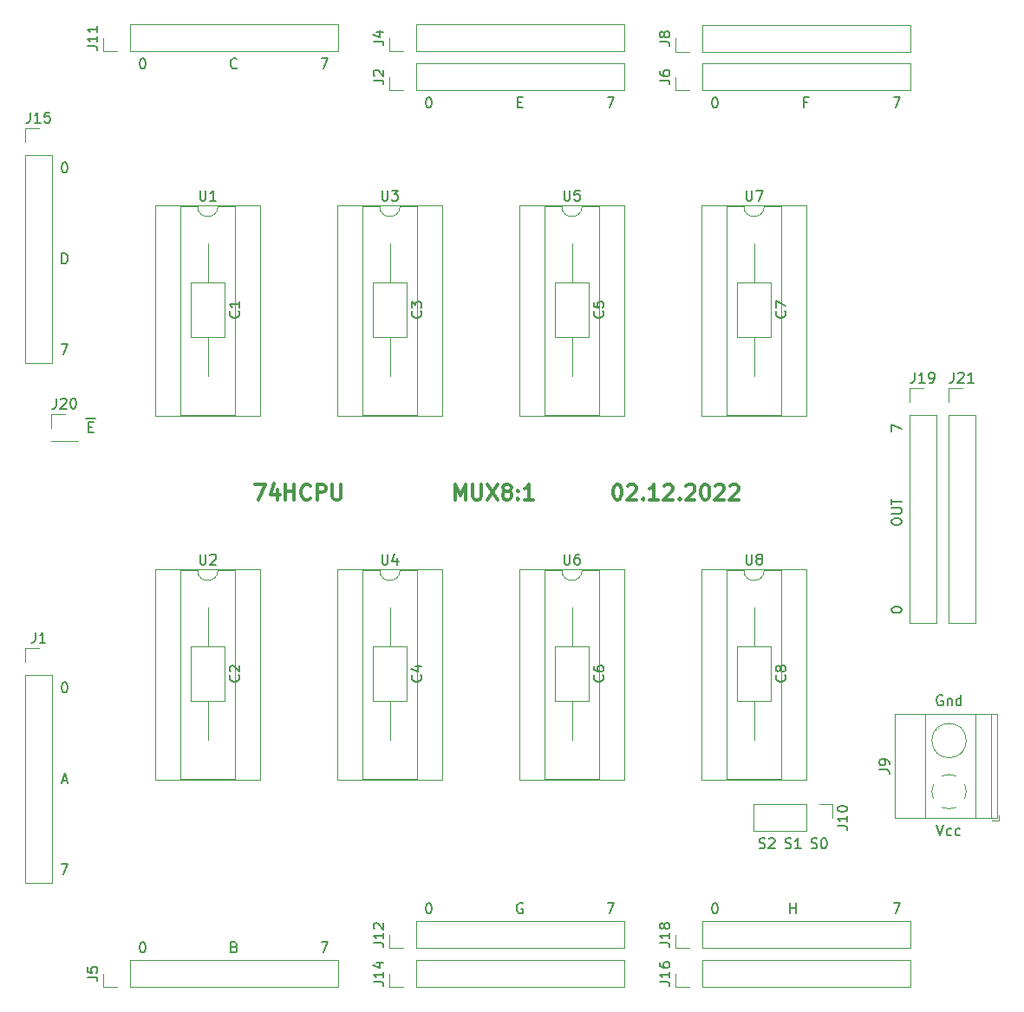
<source format=gbr>
%TF.GenerationSoftware,KiCad,Pcbnew,(5.1.8)-1*%
%TF.CreationDate,2022-12-02T00:21:30+03:00*%
%TF.ProjectId,MUX8x1-v4,4d555838-7831-42d7-9634-2e6b69636164,rev?*%
%TF.SameCoordinates,Original*%
%TF.FileFunction,Legend,Top*%
%TF.FilePolarity,Positive*%
%FSLAX46Y46*%
G04 Gerber Fmt 4.6, Leading zero omitted, Abs format (unit mm)*
G04 Created by KiCad (PCBNEW (5.1.8)-1) date 2022-12-02 00:21:30*
%MOMM*%
%LPD*%
G01*
G04 APERTURE LIST*
%ADD10C,0.300000*%
%ADD11C,0.150000*%
%ADD12C,0.120000*%
G04 APERTURE END LIST*
D10*
X84384285Y-79188571D02*
X84527142Y-79188571D01*
X84670000Y-79260000D01*
X84741428Y-79331428D01*
X84812857Y-79474285D01*
X84884285Y-79760000D01*
X84884285Y-80117142D01*
X84812857Y-80402857D01*
X84741428Y-80545714D01*
X84670000Y-80617142D01*
X84527142Y-80688571D01*
X84384285Y-80688571D01*
X84241428Y-80617142D01*
X84170000Y-80545714D01*
X84098571Y-80402857D01*
X84027142Y-80117142D01*
X84027142Y-79760000D01*
X84098571Y-79474285D01*
X84170000Y-79331428D01*
X84241428Y-79260000D01*
X84384285Y-79188571D01*
X85455714Y-79331428D02*
X85527142Y-79260000D01*
X85670000Y-79188571D01*
X86027142Y-79188571D01*
X86170000Y-79260000D01*
X86241428Y-79331428D01*
X86312857Y-79474285D01*
X86312857Y-79617142D01*
X86241428Y-79831428D01*
X85384285Y-80688571D01*
X86312857Y-80688571D01*
X86955714Y-80545714D02*
X87027142Y-80617142D01*
X86955714Y-80688571D01*
X86884285Y-80617142D01*
X86955714Y-80545714D01*
X86955714Y-80688571D01*
X88455714Y-80688571D02*
X87598571Y-80688571D01*
X88027142Y-80688571D02*
X88027142Y-79188571D01*
X87884285Y-79402857D01*
X87741428Y-79545714D01*
X87598571Y-79617142D01*
X89027142Y-79331428D02*
X89098571Y-79260000D01*
X89241428Y-79188571D01*
X89598571Y-79188571D01*
X89741428Y-79260000D01*
X89812857Y-79331428D01*
X89884285Y-79474285D01*
X89884285Y-79617142D01*
X89812857Y-79831428D01*
X88955714Y-80688571D01*
X89884285Y-80688571D01*
X90527142Y-80545714D02*
X90598571Y-80617142D01*
X90527142Y-80688571D01*
X90455714Y-80617142D01*
X90527142Y-80545714D01*
X90527142Y-80688571D01*
X91170000Y-79331428D02*
X91241428Y-79260000D01*
X91384285Y-79188571D01*
X91741428Y-79188571D01*
X91884285Y-79260000D01*
X91955714Y-79331428D01*
X92027142Y-79474285D01*
X92027142Y-79617142D01*
X91955714Y-79831428D01*
X91098571Y-80688571D01*
X92027142Y-80688571D01*
X92955714Y-79188571D02*
X93098571Y-79188571D01*
X93241428Y-79260000D01*
X93312857Y-79331428D01*
X93384285Y-79474285D01*
X93455714Y-79760000D01*
X93455714Y-80117142D01*
X93384285Y-80402857D01*
X93312857Y-80545714D01*
X93241428Y-80617142D01*
X93098571Y-80688571D01*
X92955714Y-80688571D01*
X92812857Y-80617142D01*
X92741428Y-80545714D01*
X92670000Y-80402857D01*
X92598571Y-80117142D01*
X92598571Y-79760000D01*
X92670000Y-79474285D01*
X92741428Y-79331428D01*
X92812857Y-79260000D01*
X92955714Y-79188571D01*
X94027142Y-79331428D02*
X94098571Y-79260000D01*
X94241428Y-79188571D01*
X94598571Y-79188571D01*
X94741428Y-79260000D01*
X94812857Y-79331428D01*
X94884285Y-79474285D01*
X94884285Y-79617142D01*
X94812857Y-79831428D01*
X93955714Y-80688571D01*
X94884285Y-80688571D01*
X95455714Y-79331428D02*
X95527142Y-79260000D01*
X95670000Y-79188571D01*
X96027142Y-79188571D01*
X96170000Y-79260000D01*
X96241428Y-79331428D01*
X96312857Y-79474285D01*
X96312857Y-79617142D01*
X96241428Y-79831428D01*
X95384285Y-80688571D01*
X96312857Y-80688571D01*
D11*
X32567619Y-72745000D02*
X33472380Y-72745000D01*
X32805714Y-73588571D02*
X33139047Y-73588571D01*
X33281904Y-74112380D02*
X32805714Y-74112380D01*
X32805714Y-73112380D01*
X33281904Y-73112380D01*
X103012857Y-41838571D02*
X102679523Y-41838571D01*
X102679523Y-42362380D02*
X102679523Y-41362380D01*
X103155714Y-41362380D01*
X74715714Y-41838571D02*
X75049047Y-41838571D01*
X75191904Y-42362380D02*
X74715714Y-42362380D01*
X74715714Y-41362380D01*
X75191904Y-41362380D01*
X47299523Y-38457142D02*
X47251904Y-38504761D01*
X47109047Y-38552380D01*
X47013809Y-38552380D01*
X46870952Y-38504761D01*
X46775714Y-38409523D01*
X46728095Y-38314285D01*
X46680476Y-38123809D01*
X46680476Y-37980952D01*
X46728095Y-37790476D01*
X46775714Y-37695238D01*
X46870952Y-37600000D01*
X47013809Y-37552380D01*
X47109047Y-37552380D01*
X47251904Y-37600000D01*
X47299523Y-37647619D01*
D10*
X68604285Y-80688571D02*
X68604285Y-79188571D01*
X69104285Y-80260000D01*
X69604285Y-79188571D01*
X69604285Y-80688571D01*
X70318571Y-79188571D02*
X70318571Y-80402857D01*
X70390000Y-80545714D01*
X70461428Y-80617142D01*
X70604285Y-80688571D01*
X70890000Y-80688571D01*
X71032857Y-80617142D01*
X71104285Y-80545714D01*
X71175714Y-80402857D01*
X71175714Y-79188571D01*
X71747142Y-79188571D02*
X72747142Y-80688571D01*
X72747142Y-79188571D02*
X71747142Y-80688571D01*
X73532857Y-79831428D02*
X73390000Y-79760000D01*
X73318571Y-79688571D01*
X73247142Y-79545714D01*
X73247142Y-79474285D01*
X73318571Y-79331428D01*
X73390000Y-79260000D01*
X73532857Y-79188571D01*
X73818571Y-79188571D01*
X73961428Y-79260000D01*
X74032857Y-79331428D01*
X74104285Y-79474285D01*
X74104285Y-79545714D01*
X74032857Y-79688571D01*
X73961428Y-79760000D01*
X73818571Y-79831428D01*
X73532857Y-79831428D01*
X73390000Y-79902857D01*
X73318571Y-79974285D01*
X73247142Y-80117142D01*
X73247142Y-80402857D01*
X73318571Y-80545714D01*
X73390000Y-80617142D01*
X73532857Y-80688571D01*
X73818571Y-80688571D01*
X73961428Y-80617142D01*
X74032857Y-80545714D01*
X74104285Y-80402857D01*
X74104285Y-80117142D01*
X74032857Y-79974285D01*
X73961428Y-79902857D01*
X73818571Y-79831428D01*
X74747142Y-80545714D02*
X74818571Y-80617142D01*
X74747142Y-80688571D01*
X74675714Y-80617142D01*
X74747142Y-80545714D01*
X74747142Y-80688571D01*
X74747142Y-79760000D02*
X74818571Y-79831428D01*
X74747142Y-79902857D01*
X74675714Y-79831428D01*
X74747142Y-79760000D01*
X74747142Y-79902857D01*
X76247142Y-80688571D02*
X75390000Y-80688571D01*
X75818571Y-80688571D02*
X75818571Y-79188571D01*
X75675714Y-79402857D01*
X75532857Y-79545714D01*
X75390000Y-79617142D01*
X49054285Y-79188571D02*
X50054285Y-79188571D01*
X49411428Y-80688571D01*
X51268571Y-79688571D02*
X51268571Y-80688571D01*
X50911428Y-79117142D02*
X50554285Y-80188571D01*
X51482857Y-80188571D01*
X52054285Y-80688571D02*
X52054285Y-79188571D01*
X52054285Y-79902857D02*
X52911428Y-79902857D01*
X52911428Y-80688571D02*
X52911428Y-79188571D01*
X54482857Y-80545714D02*
X54411428Y-80617142D01*
X54197142Y-80688571D01*
X54054285Y-80688571D01*
X53840000Y-80617142D01*
X53697142Y-80474285D01*
X53625714Y-80331428D01*
X53554285Y-80045714D01*
X53554285Y-79831428D01*
X53625714Y-79545714D01*
X53697142Y-79402857D01*
X53840000Y-79260000D01*
X54054285Y-79188571D01*
X54197142Y-79188571D01*
X54411428Y-79260000D01*
X54482857Y-79331428D01*
X55125714Y-80688571D02*
X55125714Y-79188571D01*
X55697142Y-79188571D01*
X55840000Y-79260000D01*
X55911428Y-79331428D01*
X55982857Y-79474285D01*
X55982857Y-79688571D01*
X55911428Y-79831428D01*
X55840000Y-79902857D01*
X55697142Y-79974285D01*
X55125714Y-79974285D01*
X56625714Y-79188571D02*
X56625714Y-80402857D01*
X56697142Y-80545714D01*
X56768571Y-80617142D01*
X56911428Y-80688571D01*
X57197142Y-80688571D01*
X57340000Y-80617142D01*
X57411428Y-80545714D01*
X57482857Y-80402857D01*
X57482857Y-79188571D01*
D11*
X30218095Y-57602380D02*
X30218095Y-56602380D01*
X30456190Y-56602380D01*
X30599047Y-56650000D01*
X30694285Y-56745238D01*
X30741904Y-56840476D01*
X30789523Y-57030952D01*
X30789523Y-57173809D01*
X30741904Y-57364285D01*
X30694285Y-57459523D01*
X30599047Y-57554761D01*
X30456190Y-57602380D01*
X30218095Y-57602380D01*
X30241904Y-108116666D02*
X30718095Y-108116666D01*
X30146666Y-108402380D02*
X30480000Y-107402380D01*
X30813333Y-108402380D01*
X75191904Y-120150000D02*
X75096666Y-120102380D01*
X74953809Y-120102380D01*
X74810952Y-120150000D01*
X74715714Y-120245238D01*
X74668095Y-120340476D01*
X74620476Y-120530952D01*
X74620476Y-120673809D01*
X74668095Y-120864285D01*
X74715714Y-120959523D01*
X74810952Y-121054761D01*
X74953809Y-121102380D01*
X75049047Y-121102380D01*
X75191904Y-121054761D01*
X75239523Y-121007142D01*
X75239523Y-120673809D01*
X75049047Y-120673809D01*
X47061428Y-124388571D02*
X47204285Y-124436190D01*
X47251904Y-124483809D01*
X47299523Y-124579047D01*
X47299523Y-124721904D01*
X47251904Y-124817142D01*
X47204285Y-124864761D01*
X47109047Y-124912380D01*
X46728095Y-124912380D01*
X46728095Y-123912380D01*
X47061428Y-123912380D01*
X47156666Y-123960000D01*
X47204285Y-124007619D01*
X47251904Y-124102857D01*
X47251904Y-124198095D01*
X47204285Y-124293333D01*
X47156666Y-124340952D01*
X47061428Y-124388571D01*
X46728095Y-124388571D01*
X30146666Y-116292380D02*
X30813333Y-116292380D01*
X30384761Y-117292380D01*
X30432380Y-98512380D02*
X30527619Y-98512380D01*
X30622857Y-98560000D01*
X30670476Y-98607619D01*
X30718095Y-98702857D01*
X30765714Y-98893333D01*
X30765714Y-99131428D01*
X30718095Y-99321904D01*
X30670476Y-99417142D01*
X30622857Y-99464761D01*
X30527619Y-99512380D01*
X30432380Y-99512380D01*
X30337142Y-99464761D01*
X30289523Y-99417142D01*
X30241904Y-99321904D01*
X30194285Y-99131428D01*
X30194285Y-98893333D01*
X30241904Y-98702857D01*
X30289523Y-98607619D01*
X30337142Y-98560000D01*
X30432380Y-98512380D01*
X30432380Y-47712380D02*
X30527619Y-47712380D01*
X30622857Y-47760000D01*
X30670476Y-47807619D01*
X30718095Y-47902857D01*
X30765714Y-48093333D01*
X30765714Y-48331428D01*
X30718095Y-48521904D01*
X30670476Y-48617142D01*
X30622857Y-48664761D01*
X30527619Y-48712380D01*
X30432380Y-48712380D01*
X30337142Y-48664761D01*
X30289523Y-48617142D01*
X30241904Y-48521904D01*
X30194285Y-48331428D01*
X30194285Y-48093333D01*
X30241904Y-47902857D01*
X30289523Y-47807619D01*
X30337142Y-47760000D01*
X30432380Y-47712380D01*
X30146666Y-65492380D02*
X30813333Y-65492380D01*
X30384761Y-66492380D01*
X38052380Y-37552380D02*
X38147619Y-37552380D01*
X38242857Y-37600000D01*
X38290476Y-37647619D01*
X38338095Y-37742857D01*
X38385714Y-37933333D01*
X38385714Y-38171428D01*
X38338095Y-38361904D01*
X38290476Y-38457142D01*
X38242857Y-38504761D01*
X38147619Y-38552380D01*
X38052380Y-38552380D01*
X37957142Y-38504761D01*
X37909523Y-38457142D01*
X37861904Y-38361904D01*
X37814285Y-38171428D01*
X37814285Y-37933333D01*
X37861904Y-37742857D01*
X37909523Y-37647619D01*
X37957142Y-37600000D01*
X38052380Y-37552380D01*
X55546666Y-37552380D02*
X56213333Y-37552380D01*
X55784761Y-38552380D01*
X65992380Y-41362380D02*
X66087619Y-41362380D01*
X66182857Y-41410000D01*
X66230476Y-41457619D01*
X66278095Y-41552857D01*
X66325714Y-41743333D01*
X66325714Y-41981428D01*
X66278095Y-42171904D01*
X66230476Y-42267142D01*
X66182857Y-42314761D01*
X66087619Y-42362380D01*
X65992380Y-42362380D01*
X65897142Y-42314761D01*
X65849523Y-42267142D01*
X65801904Y-42171904D01*
X65754285Y-41981428D01*
X65754285Y-41743333D01*
X65801904Y-41552857D01*
X65849523Y-41457619D01*
X65897142Y-41410000D01*
X65992380Y-41362380D01*
X83486666Y-41362380D02*
X84153333Y-41362380D01*
X83724761Y-42362380D01*
X93932380Y-41362380D02*
X94027619Y-41362380D01*
X94122857Y-41410000D01*
X94170476Y-41457619D01*
X94218095Y-41552857D01*
X94265714Y-41743333D01*
X94265714Y-41981428D01*
X94218095Y-42171904D01*
X94170476Y-42267142D01*
X94122857Y-42314761D01*
X94027619Y-42362380D01*
X93932380Y-42362380D01*
X93837142Y-42314761D01*
X93789523Y-42267142D01*
X93741904Y-42171904D01*
X93694285Y-41981428D01*
X93694285Y-41743333D01*
X93741904Y-41552857D01*
X93789523Y-41457619D01*
X93837142Y-41410000D01*
X93932380Y-41362380D01*
X111426666Y-41362380D02*
X112093333Y-41362380D01*
X111664761Y-42362380D01*
X38052380Y-123912380D02*
X38147619Y-123912380D01*
X38242857Y-123960000D01*
X38290476Y-124007619D01*
X38338095Y-124102857D01*
X38385714Y-124293333D01*
X38385714Y-124531428D01*
X38338095Y-124721904D01*
X38290476Y-124817142D01*
X38242857Y-124864761D01*
X38147619Y-124912380D01*
X38052380Y-124912380D01*
X37957142Y-124864761D01*
X37909523Y-124817142D01*
X37861904Y-124721904D01*
X37814285Y-124531428D01*
X37814285Y-124293333D01*
X37861904Y-124102857D01*
X37909523Y-124007619D01*
X37957142Y-123960000D01*
X38052380Y-123912380D01*
X55546666Y-123912380D02*
X56213333Y-123912380D01*
X55784761Y-124912380D01*
X65992380Y-120102380D02*
X66087619Y-120102380D01*
X66182857Y-120150000D01*
X66230476Y-120197619D01*
X66278095Y-120292857D01*
X66325714Y-120483333D01*
X66325714Y-120721428D01*
X66278095Y-120911904D01*
X66230476Y-121007142D01*
X66182857Y-121054761D01*
X66087619Y-121102380D01*
X65992380Y-121102380D01*
X65897142Y-121054761D01*
X65849523Y-121007142D01*
X65801904Y-120911904D01*
X65754285Y-120721428D01*
X65754285Y-120483333D01*
X65801904Y-120292857D01*
X65849523Y-120197619D01*
X65897142Y-120150000D01*
X65992380Y-120102380D01*
X83486666Y-120102380D02*
X84153333Y-120102380D01*
X83724761Y-121102380D01*
X111426666Y-120102380D02*
X112093333Y-120102380D01*
X111664761Y-121102380D01*
X93932380Y-120102380D02*
X94027619Y-120102380D01*
X94122857Y-120150000D01*
X94170476Y-120197619D01*
X94218095Y-120292857D01*
X94265714Y-120483333D01*
X94265714Y-120721428D01*
X94218095Y-120911904D01*
X94170476Y-121007142D01*
X94122857Y-121054761D01*
X94027619Y-121102380D01*
X93932380Y-121102380D01*
X93837142Y-121054761D01*
X93789523Y-121007142D01*
X93741904Y-120911904D01*
X93694285Y-120721428D01*
X93694285Y-120483333D01*
X93741904Y-120292857D01*
X93789523Y-120197619D01*
X93837142Y-120150000D01*
X93932380Y-120102380D01*
X101314285Y-121102380D02*
X101314285Y-120102380D01*
X101314285Y-120578571D02*
X101885714Y-120578571D01*
X101885714Y-121102380D02*
X101885714Y-120102380D01*
X98298095Y-114704761D02*
X98440952Y-114752380D01*
X98679047Y-114752380D01*
X98774285Y-114704761D01*
X98821904Y-114657142D01*
X98869523Y-114561904D01*
X98869523Y-114466666D01*
X98821904Y-114371428D01*
X98774285Y-114323809D01*
X98679047Y-114276190D01*
X98488571Y-114228571D01*
X98393333Y-114180952D01*
X98345714Y-114133333D01*
X98298095Y-114038095D01*
X98298095Y-113942857D01*
X98345714Y-113847619D01*
X98393333Y-113800000D01*
X98488571Y-113752380D01*
X98726666Y-113752380D01*
X98869523Y-113800000D01*
X99250476Y-113847619D02*
X99298095Y-113800000D01*
X99393333Y-113752380D01*
X99631428Y-113752380D01*
X99726666Y-113800000D01*
X99774285Y-113847619D01*
X99821904Y-113942857D01*
X99821904Y-114038095D01*
X99774285Y-114180952D01*
X99202857Y-114752380D01*
X99821904Y-114752380D01*
X100838095Y-114704761D02*
X100980952Y-114752380D01*
X101219047Y-114752380D01*
X101314285Y-114704761D01*
X101361904Y-114657142D01*
X101409523Y-114561904D01*
X101409523Y-114466666D01*
X101361904Y-114371428D01*
X101314285Y-114323809D01*
X101219047Y-114276190D01*
X101028571Y-114228571D01*
X100933333Y-114180952D01*
X100885714Y-114133333D01*
X100838095Y-114038095D01*
X100838095Y-113942857D01*
X100885714Y-113847619D01*
X100933333Y-113800000D01*
X101028571Y-113752380D01*
X101266666Y-113752380D01*
X101409523Y-113800000D01*
X102361904Y-114752380D02*
X101790476Y-114752380D01*
X102076190Y-114752380D02*
X102076190Y-113752380D01*
X101980952Y-113895238D01*
X101885714Y-113990476D01*
X101790476Y-114038095D01*
X103378095Y-114704761D02*
X103520952Y-114752380D01*
X103759047Y-114752380D01*
X103854285Y-114704761D01*
X103901904Y-114657142D01*
X103949523Y-114561904D01*
X103949523Y-114466666D01*
X103901904Y-114371428D01*
X103854285Y-114323809D01*
X103759047Y-114276190D01*
X103568571Y-114228571D01*
X103473333Y-114180952D01*
X103425714Y-114133333D01*
X103378095Y-114038095D01*
X103378095Y-113942857D01*
X103425714Y-113847619D01*
X103473333Y-113800000D01*
X103568571Y-113752380D01*
X103806666Y-113752380D01*
X103949523Y-113800000D01*
X104568571Y-113752380D02*
X104663809Y-113752380D01*
X104759047Y-113800000D01*
X104806666Y-113847619D01*
X104854285Y-113942857D01*
X104901904Y-114133333D01*
X104901904Y-114371428D01*
X104854285Y-114561904D01*
X104806666Y-114657142D01*
X104759047Y-114704761D01*
X104663809Y-114752380D01*
X104568571Y-114752380D01*
X104473333Y-114704761D01*
X104425714Y-114657142D01*
X104378095Y-114561904D01*
X104330476Y-114371428D01*
X104330476Y-114133333D01*
X104378095Y-113942857D01*
X104425714Y-113847619D01*
X104473333Y-113800000D01*
X104568571Y-113752380D01*
X115649523Y-112482380D02*
X115982857Y-113482380D01*
X116316190Y-112482380D01*
X117078095Y-113434761D02*
X116982857Y-113482380D01*
X116792380Y-113482380D01*
X116697142Y-113434761D01*
X116649523Y-113387142D01*
X116601904Y-113291904D01*
X116601904Y-113006190D01*
X116649523Y-112910952D01*
X116697142Y-112863333D01*
X116792380Y-112815714D01*
X116982857Y-112815714D01*
X117078095Y-112863333D01*
X117935238Y-113434761D02*
X117840000Y-113482380D01*
X117649523Y-113482380D01*
X117554285Y-113434761D01*
X117506666Y-113387142D01*
X117459047Y-113291904D01*
X117459047Y-113006190D01*
X117506666Y-112910952D01*
X117554285Y-112863333D01*
X117649523Y-112815714D01*
X117840000Y-112815714D01*
X117935238Y-112863333D01*
X116197142Y-99830000D02*
X116101904Y-99782380D01*
X115959047Y-99782380D01*
X115816190Y-99830000D01*
X115720952Y-99925238D01*
X115673333Y-100020476D01*
X115625714Y-100210952D01*
X115625714Y-100353809D01*
X115673333Y-100544285D01*
X115720952Y-100639523D01*
X115816190Y-100734761D01*
X115959047Y-100782380D01*
X116054285Y-100782380D01*
X116197142Y-100734761D01*
X116244761Y-100687142D01*
X116244761Y-100353809D01*
X116054285Y-100353809D01*
X116673333Y-100115714D02*
X116673333Y-100782380D01*
X116673333Y-100210952D02*
X116720952Y-100163333D01*
X116816190Y-100115714D01*
X116959047Y-100115714D01*
X117054285Y-100163333D01*
X117101904Y-100258571D01*
X117101904Y-100782380D01*
X118006666Y-100782380D02*
X118006666Y-99782380D01*
X118006666Y-100734761D02*
X117911428Y-100782380D01*
X117720952Y-100782380D01*
X117625714Y-100734761D01*
X117578095Y-100687142D01*
X117530476Y-100591904D01*
X117530476Y-100306190D01*
X117578095Y-100210952D01*
X117625714Y-100163333D01*
X117720952Y-100115714D01*
X117911428Y-100115714D01*
X118006666Y-100163333D01*
X111212380Y-73993333D02*
X111212380Y-73326666D01*
X112212380Y-73755238D01*
X111212380Y-91487619D02*
X111212380Y-91392380D01*
X111260000Y-91297142D01*
X111307619Y-91249523D01*
X111402857Y-91201904D01*
X111593333Y-91154285D01*
X111831428Y-91154285D01*
X112021904Y-91201904D01*
X112117142Y-91249523D01*
X112164761Y-91297142D01*
X112212380Y-91392380D01*
X112212380Y-91487619D01*
X112164761Y-91582857D01*
X112117142Y-91630476D01*
X112021904Y-91678095D01*
X111831428Y-91725714D01*
X111593333Y-91725714D01*
X111402857Y-91678095D01*
X111307619Y-91630476D01*
X111260000Y-91582857D01*
X111212380Y-91487619D01*
X111212380Y-82915000D02*
X111212380Y-82724523D01*
X111260000Y-82629285D01*
X111355238Y-82534047D01*
X111545714Y-82486428D01*
X111879047Y-82486428D01*
X112069523Y-82534047D01*
X112164761Y-82629285D01*
X112212380Y-82724523D01*
X112212380Y-82915000D01*
X112164761Y-83010238D01*
X112069523Y-83105476D01*
X111879047Y-83153095D01*
X111545714Y-83153095D01*
X111355238Y-83105476D01*
X111260000Y-83010238D01*
X111212380Y-82915000D01*
X111212380Y-82057857D02*
X112021904Y-82057857D01*
X112117142Y-82010238D01*
X112164761Y-81962619D01*
X112212380Y-81867380D01*
X112212380Y-81676904D01*
X112164761Y-81581666D01*
X112117142Y-81534047D01*
X112021904Y-81486428D01*
X111212380Y-81486428D01*
X111212380Y-81153095D02*
X111212380Y-80581666D01*
X112212380Y-80867380D02*
X111212380Y-80867380D01*
D12*
%TO.C,J21*%
X116780000Y-69790000D02*
X118110000Y-69790000D01*
X116780000Y-71120000D02*
X116780000Y-69790000D01*
X116780000Y-72390000D02*
X119440000Y-72390000D01*
X119440000Y-72390000D02*
X119440000Y-92770000D01*
X116780000Y-72390000D02*
X116780000Y-92770000D01*
X116780000Y-92770000D02*
X119440000Y-92770000D01*
%TO.C,J19*%
X112970000Y-69790000D02*
X114300000Y-69790000D01*
X112970000Y-71120000D02*
X112970000Y-69790000D01*
X112970000Y-72390000D02*
X115630000Y-72390000D01*
X115630000Y-72390000D02*
X115630000Y-92770000D01*
X112970000Y-72390000D02*
X112970000Y-92770000D01*
X112970000Y-92770000D02*
X115630000Y-92770000D01*
%TO.C,J18*%
X90110000Y-124520000D02*
X90110000Y-123190000D01*
X91440000Y-124520000D02*
X90110000Y-124520000D01*
X92710000Y-124520000D02*
X92710000Y-121860000D01*
X92710000Y-121860000D02*
X113090000Y-121860000D01*
X92710000Y-124520000D02*
X113090000Y-124520000D01*
X113090000Y-124520000D02*
X113090000Y-121860000D01*
%TO.C,J16*%
X90110000Y-128330000D02*
X90110000Y-127000000D01*
X91440000Y-128330000D02*
X90110000Y-128330000D01*
X92710000Y-128330000D02*
X92710000Y-125670000D01*
X92710000Y-125670000D02*
X113090000Y-125670000D01*
X92710000Y-128330000D02*
X113090000Y-128330000D01*
X113090000Y-128330000D02*
X113090000Y-125670000D01*
%TO.C,J15*%
X26610000Y-44390000D02*
X27940000Y-44390000D01*
X26610000Y-45720000D02*
X26610000Y-44390000D01*
X26610000Y-46990000D02*
X29270000Y-46990000D01*
X29270000Y-46990000D02*
X29270000Y-67370000D01*
X26610000Y-46990000D02*
X26610000Y-67370000D01*
X26610000Y-67370000D02*
X29270000Y-67370000D01*
%TO.C,J14*%
X62170000Y-128330000D02*
X62170000Y-127000000D01*
X63500000Y-128330000D02*
X62170000Y-128330000D01*
X64770000Y-128330000D02*
X64770000Y-125670000D01*
X64770000Y-125670000D02*
X85150000Y-125670000D01*
X64770000Y-128330000D02*
X85150000Y-128330000D01*
X85150000Y-128330000D02*
X85150000Y-125670000D01*
%TO.C,J12*%
X62170000Y-124520000D02*
X62170000Y-123190000D01*
X63500000Y-124520000D02*
X62170000Y-124520000D01*
X64770000Y-124520000D02*
X64770000Y-121860000D01*
X64770000Y-121860000D02*
X85150000Y-121860000D01*
X64770000Y-124520000D02*
X85150000Y-124520000D01*
X85150000Y-124520000D02*
X85150000Y-121860000D01*
%TO.C,J11*%
X34230000Y-36890000D02*
X34230000Y-35560000D01*
X35560000Y-36890000D02*
X34230000Y-36890000D01*
X36830000Y-36890000D02*
X36830000Y-34230000D01*
X36830000Y-34230000D02*
X57210000Y-34230000D01*
X36830000Y-36890000D02*
X57210000Y-36890000D01*
X57210000Y-36890000D02*
X57210000Y-34230000D01*
%TO.C,J8*%
X90110000Y-36930000D02*
X90110000Y-35600000D01*
X91440000Y-36930000D02*
X90110000Y-36930000D01*
X92710000Y-36930000D02*
X92710000Y-34270000D01*
X92710000Y-34270000D02*
X113090000Y-34270000D01*
X92710000Y-36930000D02*
X113090000Y-36930000D01*
X113090000Y-36930000D02*
X113090000Y-34270000D01*
%TO.C,J6*%
X90110000Y-40700000D02*
X90110000Y-39370000D01*
X91440000Y-40700000D02*
X90110000Y-40700000D01*
X92710000Y-40700000D02*
X92710000Y-38040000D01*
X92710000Y-38040000D02*
X113090000Y-38040000D01*
X92710000Y-40700000D02*
X113090000Y-40700000D01*
X113090000Y-40700000D02*
X113090000Y-38040000D01*
%TO.C,J5*%
X34230000Y-128330000D02*
X34230000Y-127000000D01*
X35560000Y-128330000D02*
X34230000Y-128330000D01*
X36830000Y-128330000D02*
X36830000Y-125670000D01*
X36830000Y-125670000D02*
X57210000Y-125670000D01*
X36830000Y-128330000D02*
X57210000Y-128330000D01*
X57210000Y-128330000D02*
X57210000Y-125670000D01*
%TO.C,J4*%
X62170000Y-36890000D02*
X62170000Y-35560000D01*
X63500000Y-36890000D02*
X62170000Y-36890000D01*
X64770000Y-36890000D02*
X64770000Y-34230000D01*
X64770000Y-34230000D02*
X85150000Y-34230000D01*
X64770000Y-36890000D02*
X85150000Y-36890000D01*
X85150000Y-36890000D02*
X85150000Y-34230000D01*
%TO.C,J2*%
X62170000Y-40700000D02*
X62170000Y-39370000D01*
X63500000Y-40700000D02*
X62170000Y-40700000D01*
X64770000Y-40700000D02*
X64770000Y-38040000D01*
X64770000Y-38040000D02*
X85150000Y-38040000D01*
X64770000Y-40700000D02*
X85150000Y-40700000D01*
X85150000Y-40700000D02*
X85150000Y-38040000D01*
%TO.C,J1*%
X26610000Y-95190000D02*
X27940000Y-95190000D01*
X26610000Y-96520000D02*
X26610000Y-95190000D01*
X26610000Y-97790000D02*
X29270000Y-97790000D01*
X29270000Y-97790000D02*
X29270000Y-118170000D01*
X26610000Y-97790000D02*
X26610000Y-118170000D01*
X26610000Y-118170000D02*
X29270000Y-118170000D01*
%TO.C,C8*%
X97790000Y-104130000D02*
X97790000Y-100340000D01*
X97790000Y-91210000D02*
X97790000Y-95000000D01*
X99460000Y-100340000D02*
X99460000Y-95000000D01*
X96120000Y-100340000D02*
X99460000Y-100340000D01*
X96120000Y-95000000D02*
X96120000Y-100340000D01*
X99460000Y-95000000D02*
X96120000Y-95000000D01*
%TO.C,C7*%
X97790000Y-68570000D02*
X97790000Y-64780000D01*
X97790000Y-55650000D02*
X97790000Y-59440000D01*
X99460000Y-64780000D02*
X99460000Y-59440000D01*
X96120000Y-64780000D02*
X99460000Y-64780000D01*
X96120000Y-59440000D02*
X96120000Y-64780000D01*
X99460000Y-59440000D02*
X96120000Y-59440000D01*
%TO.C,C6*%
X80010000Y-104130000D02*
X80010000Y-100340000D01*
X80010000Y-91210000D02*
X80010000Y-95000000D01*
X81680000Y-100340000D02*
X81680000Y-95000000D01*
X78340000Y-100340000D02*
X81680000Y-100340000D01*
X78340000Y-95000000D02*
X78340000Y-100340000D01*
X81680000Y-95000000D02*
X78340000Y-95000000D01*
%TO.C,C5*%
X80010000Y-68570000D02*
X80010000Y-64780000D01*
X80010000Y-55650000D02*
X80010000Y-59440000D01*
X81680000Y-64780000D02*
X81680000Y-59440000D01*
X78340000Y-64780000D02*
X81680000Y-64780000D01*
X78340000Y-59440000D02*
X78340000Y-64780000D01*
X81680000Y-59440000D02*
X78340000Y-59440000D01*
%TO.C,C4*%
X62230000Y-104130000D02*
X62230000Y-100340000D01*
X62230000Y-91210000D02*
X62230000Y-95000000D01*
X63900000Y-100340000D02*
X63900000Y-95000000D01*
X60560000Y-100340000D02*
X63900000Y-100340000D01*
X60560000Y-95000000D02*
X60560000Y-100340000D01*
X63900000Y-95000000D02*
X60560000Y-95000000D01*
%TO.C,C3*%
X62230000Y-68570000D02*
X62230000Y-64780000D01*
X62230000Y-55650000D02*
X62230000Y-59440000D01*
X63900000Y-64780000D02*
X63900000Y-59440000D01*
X60560000Y-64780000D02*
X63900000Y-64780000D01*
X60560000Y-59440000D02*
X60560000Y-64780000D01*
X63900000Y-59440000D02*
X60560000Y-59440000D01*
%TO.C,C2*%
X44450000Y-104130000D02*
X44450000Y-100340000D01*
X44450000Y-91210000D02*
X44450000Y-95000000D01*
X46120000Y-100340000D02*
X46120000Y-95000000D01*
X42780000Y-100340000D02*
X46120000Y-100340000D01*
X42780000Y-95000000D02*
X42780000Y-100340000D01*
X46120000Y-95000000D02*
X42780000Y-95000000D01*
%TO.C,C1*%
X44450000Y-68570000D02*
X44450000Y-64780000D01*
X44450000Y-55650000D02*
X44450000Y-59440000D01*
X46120000Y-64780000D02*
X46120000Y-59440000D01*
X42780000Y-64780000D02*
X46120000Y-64780000D01*
X42780000Y-59440000D02*
X42780000Y-64780000D01*
X46120000Y-59440000D02*
X42780000Y-59440000D01*
%TO.C,U8*%
X102930000Y-87510000D02*
X92650000Y-87510000D01*
X102930000Y-108070000D02*
X102930000Y-87510000D01*
X92650000Y-108070000D02*
X102930000Y-108070000D01*
X92650000Y-87510000D02*
X92650000Y-108070000D01*
X100440000Y-87570000D02*
X98790000Y-87570000D01*
X100440000Y-108010000D02*
X100440000Y-87570000D01*
X95140000Y-108010000D02*
X100440000Y-108010000D01*
X95140000Y-87570000D02*
X95140000Y-108010000D01*
X96790000Y-87570000D02*
X95140000Y-87570000D01*
X98790000Y-87570000D02*
G75*
G02*
X96790000Y-87570000I-1000000J0D01*
G01*
%TO.C,U7*%
X102930000Y-51950000D02*
X92650000Y-51950000D01*
X102930000Y-72510000D02*
X102930000Y-51950000D01*
X92650000Y-72510000D02*
X102930000Y-72510000D01*
X92650000Y-51950000D02*
X92650000Y-72510000D01*
X100440000Y-52010000D02*
X98790000Y-52010000D01*
X100440000Y-72450000D02*
X100440000Y-52010000D01*
X95140000Y-72450000D02*
X100440000Y-72450000D01*
X95140000Y-52010000D02*
X95140000Y-72450000D01*
X96790000Y-52010000D02*
X95140000Y-52010000D01*
X98790000Y-52010000D02*
G75*
G02*
X96790000Y-52010000I-1000000J0D01*
G01*
%TO.C,U6*%
X85150000Y-87510000D02*
X74870000Y-87510000D01*
X85150000Y-108070000D02*
X85150000Y-87510000D01*
X74870000Y-108070000D02*
X85150000Y-108070000D01*
X74870000Y-87510000D02*
X74870000Y-108070000D01*
X82660000Y-87570000D02*
X81010000Y-87570000D01*
X82660000Y-108010000D02*
X82660000Y-87570000D01*
X77360000Y-108010000D02*
X82660000Y-108010000D01*
X77360000Y-87570000D02*
X77360000Y-108010000D01*
X79010000Y-87570000D02*
X77360000Y-87570000D01*
X81010000Y-87570000D02*
G75*
G02*
X79010000Y-87570000I-1000000J0D01*
G01*
%TO.C,U5*%
X85150000Y-51950000D02*
X74870000Y-51950000D01*
X85150000Y-72510000D02*
X85150000Y-51950000D01*
X74870000Y-72510000D02*
X85150000Y-72510000D01*
X74870000Y-51950000D02*
X74870000Y-72510000D01*
X82660000Y-52010000D02*
X81010000Y-52010000D01*
X82660000Y-72450000D02*
X82660000Y-52010000D01*
X77360000Y-72450000D02*
X82660000Y-72450000D01*
X77360000Y-52010000D02*
X77360000Y-72450000D01*
X79010000Y-52010000D02*
X77360000Y-52010000D01*
X81010000Y-52010000D02*
G75*
G02*
X79010000Y-52010000I-1000000J0D01*
G01*
%TO.C,U4*%
X67370000Y-87510000D02*
X57090000Y-87510000D01*
X67370000Y-108070000D02*
X67370000Y-87510000D01*
X57090000Y-108070000D02*
X67370000Y-108070000D01*
X57090000Y-87510000D02*
X57090000Y-108070000D01*
X64880000Y-87570000D02*
X63230000Y-87570000D01*
X64880000Y-108010000D02*
X64880000Y-87570000D01*
X59580000Y-108010000D02*
X64880000Y-108010000D01*
X59580000Y-87570000D02*
X59580000Y-108010000D01*
X61230000Y-87570000D02*
X59580000Y-87570000D01*
X63230000Y-87570000D02*
G75*
G02*
X61230000Y-87570000I-1000000J0D01*
G01*
%TO.C,U3*%
X67370000Y-51950000D02*
X57090000Y-51950000D01*
X67370000Y-72510000D02*
X67370000Y-51950000D01*
X57090000Y-72510000D02*
X67370000Y-72510000D01*
X57090000Y-51950000D02*
X57090000Y-72510000D01*
X64880000Y-52010000D02*
X63230000Y-52010000D01*
X64880000Y-72450000D02*
X64880000Y-52010000D01*
X59580000Y-72450000D02*
X64880000Y-72450000D01*
X59580000Y-52010000D02*
X59580000Y-72450000D01*
X61230000Y-52010000D02*
X59580000Y-52010000D01*
X63230000Y-52010000D02*
G75*
G02*
X61230000Y-52010000I-1000000J0D01*
G01*
%TO.C,U2*%
X49590000Y-87510000D02*
X39310000Y-87510000D01*
X49590000Y-108070000D02*
X49590000Y-87510000D01*
X39310000Y-108070000D02*
X49590000Y-108070000D01*
X39310000Y-87510000D02*
X39310000Y-108070000D01*
X47100000Y-87570000D02*
X45450000Y-87570000D01*
X47100000Y-108010000D02*
X47100000Y-87570000D01*
X41800000Y-108010000D02*
X47100000Y-108010000D01*
X41800000Y-87570000D02*
X41800000Y-108010000D01*
X43450000Y-87570000D02*
X41800000Y-87570000D01*
X45450000Y-87570000D02*
G75*
G02*
X43450000Y-87570000I-1000000J0D01*
G01*
%TO.C,U1*%
X49590000Y-51950000D02*
X39310000Y-51950000D01*
X49590000Y-72510000D02*
X49590000Y-51950000D01*
X39310000Y-72510000D02*
X49590000Y-72510000D01*
X39310000Y-51950000D02*
X39310000Y-72510000D01*
X47100000Y-52010000D02*
X45450000Y-52010000D01*
X47100000Y-72450000D02*
X47100000Y-52010000D01*
X41800000Y-72450000D02*
X47100000Y-72450000D01*
X41800000Y-52010000D02*
X41800000Y-72450000D01*
X43450000Y-52010000D02*
X41800000Y-52010000D01*
X45450000Y-52010000D02*
G75*
G02*
X43450000Y-52010000I-1000000J0D01*
G01*
%TO.C,J20*%
X29150000Y-72330000D02*
X30480000Y-72330000D01*
X29150000Y-73660000D02*
X29150000Y-72330000D01*
X29150000Y-74930000D02*
X31810000Y-74930000D01*
X31810000Y-74930000D02*
X31810000Y-74990000D01*
X29150000Y-74930000D02*
X29150000Y-74990000D01*
X29150000Y-74990000D02*
X31810000Y-74990000D01*
%TO.C,J10*%
X105470000Y-110430000D02*
X105470000Y-111760000D01*
X104140000Y-110430000D02*
X105470000Y-110430000D01*
X102870000Y-110430000D02*
X102870000Y-113090000D01*
X102870000Y-113090000D02*
X97730000Y-113090000D01*
X102870000Y-110430000D02*
X97730000Y-110430000D01*
X97730000Y-110430000D02*
X97730000Y-113090000D01*
%TO.C,J9*%
X121740000Y-112020000D02*
X121740000Y-111520000D01*
X121000000Y-112020000D02*
X121740000Y-112020000D01*
X117863000Y-105447000D02*
X117909000Y-105494000D01*
X115565000Y-103150000D02*
X115601000Y-103185000D01*
X118079000Y-105254000D02*
X118114000Y-105289000D01*
X115771000Y-102945000D02*
X115817000Y-102992000D01*
X111579000Y-101660000D02*
X121500000Y-101660000D01*
X111579000Y-111780000D02*
X121500000Y-111780000D01*
X121500000Y-111780000D02*
X121500000Y-101660000D01*
X111579000Y-111780000D02*
X111579000Y-101660000D01*
X114539000Y-111780000D02*
X114539000Y-101660000D01*
X119440000Y-111780000D02*
X119440000Y-101660000D01*
X120940000Y-111780000D02*
X120940000Y-101660000D01*
X118520000Y-104220000D02*
G75*
G03*
X118520000Y-104220000I-1680000J0D01*
G01*
X118520253Y-109191195D02*
G75*
G02*
X118375000Y-109904000I-1680253J-28805D01*
G01*
X117523042Y-110755426D02*
G75*
G02*
X116156000Y-110755000I-683042J1535426D01*
G01*
X115304574Y-109903042D02*
G75*
G02*
X115305000Y-108536000I1535426J683042D01*
G01*
X116156958Y-107684574D02*
G75*
G02*
X117524000Y-107685000I683042J-1535426D01*
G01*
X118374756Y-108536682D02*
G75*
G02*
X118520000Y-109220000I-1534756J-683318D01*
G01*
%TO.C,J21*%
D11*
X117300476Y-68242380D02*
X117300476Y-68956666D01*
X117252857Y-69099523D01*
X117157619Y-69194761D01*
X117014761Y-69242380D01*
X116919523Y-69242380D01*
X117729047Y-68337619D02*
X117776666Y-68290000D01*
X117871904Y-68242380D01*
X118110000Y-68242380D01*
X118205238Y-68290000D01*
X118252857Y-68337619D01*
X118300476Y-68432857D01*
X118300476Y-68528095D01*
X118252857Y-68670952D01*
X117681428Y-69242380D01*
X118300476Y-69242380D01*
X119252857Y-69242380D02*
X118681428Y-69242380D01*
X118967142Y-69242380D02*
X118967142Y-68242380D01*
X118871904Y-68385238D01*
X118776666Y-68480476D01*
X118681428Y-68528095D01*
%TO.C,J19*%
X113490476Y-68242380D02*
X113490476Y-68956666D01*
X113442857Y-69099523D01*
X113347619Y-69194761D01*
X113204761Y-69242380D01*
X113109523Y-69242380D01*
X114490476Y-69242380D02*
X113919047Y-69242380D01*
X114204761Y-69242380D02*
X114204761Y-68242380D01*
X114109523Y-68385238D01*
X114014285Y-68480476D01*
X113919047Y-68528095D01*
X114966666Y-69242380D02*
X115157142Y-69242380D01*
X115252380Y-69194761D01*
X115300000Y-69147142D01*
X115395238Y-69004285D01*
X115442857Y-68813809D01*
X115442857Y-68432857D01*
X115395238Y-68337619D01*
X115347619Y-68290000D01*
X115252380Y-68242380D01*
X115061904Y-68242380D01*
X114966666Y-68290000D01*
X114919047Y-68337619D01*
X114871428Y-68432857D01*
X114871428Y-68670952D01*
X114919047Y-68766190D01*
X114966666Y-68813809D01*
X115061904Y-68861428D01*
X115252380Y-68861428D01*
X115347619Y-68813809D01*
X115395238Y-68766190D01*
X115442857Y-68670952D01*
%TO.C,J18*%
X88562380Y-123999523D02*
X89276666Y-123999523D01*
X89419523Y-124047142D01*
X89514761Y-124142380D01*
X89562380Y-124285238D01*
X89562380Y-124380476D01*
X89562380Y-122999523D02*
X89562380Y-123570952D01*
X89562380Y-123285238D02*
X88562380Y-123285238D01*
X88705238Y-123380476D01*
X88800476Y-123475714D01*
X88848095Y-123570952D01*
X88990952Y-122428095D02*
X88943333Y-122523333D01*
X88895714Y-122570952D01*
X88800476Y-122618571D01*
X88752857Y-122618571D01*
X88657619Y-122570952D01*
X88610000Y-122523333D01*
X88562380Y-122428095D01*
X88562380Y-122237619D01*
X88610000Y-122142380D01*
X88657619Y-122094761D01*
X88752857Y-122047142D01*
X88800476Y-122047142D01*
X88895714Y-122094761D01*
X88943333Y-122142380D01*
X88990952Y-122237619D01*
X88990952Y-122428095D01*
X89038571Y-122523333D01*
X89086190Y-122570952D01*
X89181428Y-122618571D01*
X89371904Y-122618571D01*
X89467142Y-122570952D01*
X89514761Y-122523333D01*
X89562380Y-122428095D01*
X89562380Y-122237619D01*
X89514761Y-122142380D01*
X89467142Y-122094761D01*
X89371904Y-122047142D01*
X89181428Y-122047142D01*
X89086190Y-122094761D01*
X89038571Y-122142380D01*
X88990952Y-122237619D01*
%TO.C,J16*%
X88562380Y-127809523D02*
X89276666Y-127809523D01*
X89419523Y-127857142D01*
X89514761Y-127952380D01*
X89562380Y-128095238D01*
X89562380Y-128190476D01*
X89562380Y-126809523D02*
X89562380Y-127380952D01*
X89562380Y-127095238D02*
X88562380Y-127095238D01*
X88705238Y-127190476D01*
X88800476Y-127285714D01*
X88848095Y-127380952D01*
X88562380Y-125952380D02*
X88562380Y-126142857D01*
X88610000Y-126238095D01*
X88657619Y-126285714D01*
X88800476Y-126380952D01*
X88990952Y-126428571D01*
X89371904Y-126428571D01*
X89467142Y-126380952D01*
X89514761Y-126333333D01*
X89562380Y-126238095D01*
X89562380Y-126047619D01*
X89514761Y-125952380D01*
X89467142Y-125904761D01*
X89371904Y-125857142D01*
X89133809Y-125857142D01*
X89038571Y-125904761D01*
X88990952Y-125952380D01*
X88943333Y-126047619D01*
X88943333Y-126238095D01*
X88990952Y-126333333D01*
X89038571Y-126380952D01*
X89133809Y-126428571D01*
%TO.C,J15*%
X27130476Y-42842380D02*
X27130476Y-43556666D01*
X27082857Y-43699523D01*
X26987619Y-43794761D01*
X26844761Y-43842380D01*
X26749523Y-43842380D01*
X28130476Y-43842380D02*
X27559047Y-43842380D01*
X27844761Y-43842380D02*
X27844761Y-42842380D01*
X27749523Y-42985238D01*
X27654285Y-43080476D01*
X27559047Y-43128095D01*
X29035238Y-42842380D02*
X28559047Y-42842380D01*
X28511428Y-43318571D01*
X28559047Y-43270952D01*
X28654285Y-43223333D01*
X28892380Y-43223333D01*
X28987619Y-43270952D01*
X29035238Y-43318571D01*
X29082857Y-43413809D01*
X29082857Y-43651904D01*
X29035238Y-43747142D01*
X28987619Y-43794761D01*
X28892380Y-43842380D01*
X28654285Y-43842380D01*
X28559047Y-43794761D01*
X28511428Y-43747142D01*
%TO.C,J14*%
X60622380Y-127809523D02*
X61336666Y-127809523D01*
X61479523Y-127857142D01*
X61574761Y-127952380D01*
X61622380Y-128095238D01*
X61622380Y-128190476D01*
X61622380Y-126809523D02*
X61622380Y-127380952D01*
X61622380Y-127095238D02*
X60622380Y-127095238D01*
X60765238Y-127190476D01*
X60860476Y-127285714D01*
X60908095Y-127380952D01*
X60955714Y-125952380D02*
X61622380Y-125952380D01*
X60574761Y-126190476D02*
X61289047Y-126428571D01*
X61289047Y-125809523D01*
%TO.C,J12*%
X60622380Y-123999523D02*
X61336666Y-123999523D01*
X61479523Y-124047142D01*
X61574761Y-124142380D01*
X61622380Y-124285238D01*
X61622380Y-124380476D01*
X61622380Y-122999523D02*
X61622380Y-123570952D01*
X61622380Y-123285238D02*
X60622380Y-123285238D01*
X60765238Y-123380476D01*
X60860476Y-123475714D01*
X60908095Y-123570952D01*
X60717619Y-122618571D02*
X60670000Y-122570952D01*
X60622380Y-122475714D01*
X60622380Y-122237619D01*
X60670000Y-122142380D01*
X60717619Y-122094761D01*
X60812857Y-122047142D01*
X60908095Y-122047142D01*
X61050952Y-122094761D01*
X61622380Y-122666190D01*
X61622380Y-122047142D01*
%TO.C,J11*%
X32682380Y-36369523D02*
X33396666Y-36369523D01*
X33539523Y-36417142D01*
X33634761Y-36512380D01*
X33682380Y-36655238D01*
X33682380Y-36750476D01*
X33682380Y-35369523D02*
X33682380Y-35940952D01*
X33682380Y-35655238D02*
X32682380Y-35655238D01*
X32825238Y-35750476D01*
X32920476Y-35845714D01*
X32968095Y-35940952D01*
X33682380Y-34417142D02*
X33682380Y-34988571D01*
X33682380Y-34702857D02*
X32682380Y-34702857D01*
X32825238Y-34798095D01*
X32920476Y-34893333D01*
X32968095Y-34988571D01*
%TO.C,J8*%
X88562380Y-35933333D02*
X89276666Y-35933333D01*
X89419523Y-35980952D01*
X89514761Y-36076190D01*
X89562380Y-36219047D01*
X89562380Y-36314285D01*
X88990952Y-35314285D02*
X88943333Y-35409523D01*
X88895714Y-35457142D01*
X88800476Y-35504761D01*
X88752857Y-35504761D01*
X88657619Y-35457142D01*
X88610000Y-35409523D01*
X88562380Y-35314285D01*
X88562380Y-35123809D01*
X88610000Y-35028571D01*
X88657619Y-34980952D01*
X88752857Y-34933333D01*
X88800476Y-34933333D01*
X88895714Y-34980952D01*
X88943333Y-35028571D01*
X88990952Y-35123809D01*
X88990952Y-35314285D01*
X89038571Y-35409523D01*
X89086190Y-35457142D01*
X89181428Y-35504761D01*
X89371904Y-35504761D01*
X89467142Y-35457142D01*
X89514761Y-35409523D01*
X89562380Y-35314285D01*
X89562380Y-35123809D01*
X89514761Y-35028571D01*
X89467142Y-34980952D01*
X89371904Y-34933333D01*
X89181428Y-34933333D01*
X89086190Y-34980952D01*
X89038571Y-35028571D01*
X88990952Y-35123809D01*
%TO.C,J6*%
X88562380Y-39703333D02*
X89276666Y-39703333D01*
X89419523Y-39750952D01*
X89514761Y-39846190D01*
X89562380Y-39989047D01*
X89562380Y-40084285D01*
X88562380Y-38798571D02*
X88562380Y-38989047D01*
X88610000Y-39084285D01*
X88657619Y-39131904D01*
X88800476Y-39227142D01*
X88990952Y-39274761D01*
X89371904Y-39274761D01*
X89467142Y-39227142D01*
X89514761Y-39179523D01*
X89562380Y-39084285D01*
X89562380Y-38893809D01*
X89514761Y-38798571D01*
X89467142Y-38750952D01*
X89371904Y-38703333D01*
X89133809Y-38703333D01*
X89038571Y-38750952D01*
X88990952Y-38798571D01*
X88943333Y-38893809D01*
X88943333Y-39084285D01*
X88990952Y-39179523D01*
X89038571Y-39227142D01*
X89133809Y-39274761D01*
%TO.C,J5*%
X32682380Y-127333333D02*
X33396666Y-127333333D01*
X33539523Y-127380952D01*
X33634761Y-127476190D01*
X33682380Y-127619047D01*
X33682380Y-127714285D01*
X32682380Y-126380952D02*
X32682380Y-126857142D01*
X33158571Y-126904761D01*
X33110952Y-126857142D01*
X33063333Y-126761904D01*
X33063333Y-126523809D01*
X33110952Y-126428571D01*
X33158571Y-126380952D01*
X33253809Y-126333333D01*
X33491904Y-126333333D01*
X33587142Y-126380952D01*
X33634761Y-126428571D01*
X33682380Y-126523809D01*
X33682380Y-126761904D01*
X33634761Y-126857142D01*
X33587142Y-126904761D01*
%TO.C,J4*%
X60622380Y-35893333D02*
X61336666Y-35893333D01*
X61479523Y-35940952D01*
X61574761Y-36036190D01*
X61622380Y-36179047D01*
X61622380Y-36274285D01*
X60955714Y-34988571D02*
X61622380Y-34988571D01*
X60574761Y-35226666D02*
X61289047Y-35464761D01*
X61289047Y-34845714D01*
%TO.C,J2*%
X60622380Y-39703333D02*
X61336666Y-39703333D01*
X61479523Y-39750952D01*
X61574761Y-39846190D01*
X61622380Y-39989047D01*
X61622380Y-40084285D01*
X60717619Y-39274761D02*
X60670000Y-39227142D01*
X60622380Y-39131904D01*
X60622380Y-38893809D01*
X60670000Y-38798571D01*
X60717619Y-38750952D01*
X60812857Y-38703333D01*
X60908095Y-38703333D01*
X61050952Y-38750952D01*
X61622380Y-39322380D01*
X61622380Y-38703333D01*
%TO.C,J1*%
X27606666Y-93642380D02*
X27606666Y-94356666D01*
X27559047Y-94499523D01*
X27463809Y-94594761D01*
X27320952Y-94642380D01*
X27225714Y-94642380D01*
X28606666Y-94642380D02*
X28035238Y-94642380D01*
X28320952Y-94642380D02*
X28320952Y-93642380D01*
X28225714Y-93785238D01*
X28130476Y-93880476D01*
X28035238Y-93928095D01*
%TO.C,C8*%
X100817142Y-97836666D02*
X100864761Y-97884285D01*
X100912380Y-98027142D01*
X100912380Y-98122380D01*
X100864761Y-98265238D01*
X100769523Y-98360476D01*
X100674285Y-98408095D01*
X100483809Y-98455714D01*
X100340952Y-98455714D01*
X100150476Y-98408095D01*
X100055238Y-98360476D01*
X99960000Y-98265238D01*
X99912380Y-98122380D01*
X99912380Y-98027142D01*
X99960000Y-97884285D01*
X100007619Y-97836666D01*
X100340952Y-97265238D02*
X100293333Y-97360476D01*
X100245714Y-97408095D01*
X100150476Y-97455714D01*
X100102857Y-97455714D01*
X100007619Y-97408095D01*
X99960000Y-97360476D01*
X99912380Y-97265238D01*
X99912380Y-97074761D01*
X99960000Y-96979523D01*
X100007619Y-96931904D01*
X100102857Y-96884285D01*
X100150476Y-96884285D01*
X100245714Y-96931904D01*
X100293333Y-96979523D01*
X100340952Y-97074761D01*
X100340952Y-97265238D01*
X100388571Y-97360476D01*
X100436190Y-97408095D01*
X100531428Y-97455714D01*
X100721904Y-97455714D01*
X100817142Y-97408095D01*
X100864761Y-97360476D01*
X100912380Y-97265238D01*
X100912380Y-97074761D01*
X100864761Y-96979523D01*
X100817142Y-96931904D01*
X100721904Y-96884285D01*
X100531428Y-96884285D01*
X100436190Y-96931904D01*
X100388571Y-96979523D01*
X100340952Y-97074761D01*
%TO.C,C7*%
X100817142Y-62276666D02*
X100864761Y-62324285D01*
X100912380Y-62467142D01*
X100912380Y-62562380D01*
X100864761Y-62705238D01*
X100769523Y-62800476D01*
X100674285Y-62848095D01*
X100483809Y-62895714D01*
X100340952Y-62895714D01*
X100150476Y-62848095D01*
X100055238Y-62800476D01*
X99960000Y-62705238D01*
X99912380Y-62562380D01*
X99912380Y-62467142D01*
X99960000Y-62324285D01*
X100007619Y-62276666D01*
X99912380Y-61943333D02*
X99912380Y-61276666D01*
X100912380Y-61705238D01*
%TO.C,C6*%
X83037142Y-97836666D02*
X83084761Y-97884285D01*
X83132380Y-98027142D01*
X83132380Y-98122380D01*
X83084761Y-98265238D01*
X82989523Y-98360476D01*
X82894285Y-98408095D01*
X82703809Y-98455714D01*
X82560952Y-98455714D01*
X82370476Y-98408095D01*
X82275238Y-98360476D01*
X82180000Y-98265238D01*
X82132380Y-98122380D01*
X82132380Y-98027142D01*
X82180000Y-97884285D01*
X82227619Y-97836666D01*
X82132380Y-96979523D02*
X82132380Y-97170000D01*
X82180000Y-97265238D01*
X82227619Y-97312857D01*
X82370476Y-97408095D01*
X82560952Y-97455714D01*
X82941904Y-97455714D01*
X83037142Y-97408095D01*
X83084761Y-97360476D01*
X83132380Y-97265238D01*
X83132380Y-97074761D01*
X83084761Y-96979523D01*
X83037142Y-96931904D01*
X82941904Y-96884285D01*
X82703809Y-96884285D01*
X82608571Y-96931904D01*
X82560952Y-96979523D01*
X82513333Y-97074761D01*
X82513333Y-97265238D01*
X82560952Y-97360476D01*
X82608571Y-97408095D01*
X82703809Y-97455714D01*
%TO.C,C5*%
X83037142Y-62276666D02*
X83084761Y-62324285D01*
X83132380Y-62467142D01*
X83132380Y-62562380D01*
X83084761Y-62705238D01*
X82989523Y-62800476D01*
X82894285Y-62848095D01*
X82703809Y-62895714D01*
X82560952Y-62895714D01*
X82370476Y-62848095D01*
X82275238Y-62800476D01*
X82180000Y-62705238D01*
X82132380Y-62562380D01*
X82132380Y-62467142D01*
X82180000Y-62324285D01*
X82227619Y-62276666D01*
X82132380Y-61371904D02*
X82132380Y-61848095D01*
X82608571Y-61895714D01*
X82560952Y-61848095D01*
X82513333Y-61752857D01*
X82513333Y-61514761D01*
X82560952Y-61419523D01*
X82608571Y-61371904D01*
X82703809Y-61324285D01*
X82941904Y-61324285D01*
X83037142Y-61371904D01*
X83084761Y-61419523D01*
X83132380Y-61514761D01*
X83132380Y-61752857D01*
X83084761Y-61848095D01*
X83037142Y-61895714D01*
%TO.C,C4*%
X65257142Y-97836666D02*
X65304761Y-97884285D01*
X65352380Y-98027142D01*
X65352380Y-98122380D01*
X65304761Y-98265238D01*
X65209523Y-98360476D01*
X65114285Y-98408095D01*
X64923809Y-98455714D01*
X64780952Y-98455714D01*
X64590476Y-98408095D01*
X64495238Y-98360476D01*
X64400000Y-98265238D01*
X64352380Y-98122380D01*
X64352380Y-98027142D01*
X64400000Y-97884285D01*
X64447619Y-97836666D01*
X64685714Y-96979523D02*
X65352380Y-96979523D01*
X64304761Y-97217619D02*
X65019047Y-97455714D01*
X65019047Y-96836666D01*
%TO.C,C3*%
X65257142Y-62276666D02*
X65304761Y-62324285D01*
X65352380Y-62467142D01*
X65352380Y-62562380D01*
X65304761Y-62705238D01*
X65209523Y-62800476D01*
X65114285Y-62848095D01*
X64923809Y-62895714D01*
X64780952Y-62895714D01*
X64590476Y-62848095D01*
X64495238Y-62800476D01*
X64400000Y-62705238D01*
X64352380Y-62562380D01*
X64352380Y-62467142D01*
X64400000Y-62324285D01*
X64447619Y-62276666D01*
X64352380Y-61943333D02*
X64352380Y-61324285D01*
X64733333Y-61657619D01*
X64733333Y-61514761D01*
X64780952Y-61419523D01*
X64828571Y-61371904D01*
X64923809Y-61324285D01*
X65161904Y-61324285D01*
X65257142Y-61371904D01*
X65304761Y-61419523D01*
X65352380Y-61514761D01*
X65352380Y-61800476D01*
X65304761Y-61895714D01*
X65257142Y-61943333D01*
%TO.C,C2*%
X47477142Y-97836666D02*
X47524761Y-97884285D01*
X47572380Y-98027142D01*
X47572380Y-98122380D01*
X47524761Y-98265238D01*
X47429523Y-98360476D01*
X47334285Y-98408095D01*
X47143809Y-98455714D01*
X47000952Y-98455714D01*
X46810476Y-98408095D01*
X46715238Y-98360476D01*
X46620000Y-98265238D01*
X46572380Y-98122380D01*
X46572380Y-98027142D01*
X46620000Y-97884285D01*
X46667619Y-97836666D01*
X46667619Y-97455714D02*
X46620000Y-97408095D01*
X46572380Y-97312857D01*
X46572380Y-97074761D01*
X46620000Y-96979523D01*
X46667619Y-96931904D01*
X46762857Y-96884285D01*
X46858095Y-96884285D01*
X47000952Y-96931904D01*
X47572380Y-97503333D01*
X47572380Y-96884285D01*
%TO.C,C1*%
X47477142Y-62276666D02*
X47524761Y-62324285D01*
X47572380Y-62467142D01*
X47572380Y-62562380D01*
X47524761Y-62705238D01*
X47429523Y-62800476D01*
X47334285Y-62848095D01*
X47143809Y-62895714D01*
X47000952Y-62895714D01*
X46810476Y-62848095D01*
X46715238Y-62800476D01*
X46620000Y-62705238D01*
X46572380Y-62562380D01*
X46572380Y-62467142D01*
X46620000Y-62324285D01*
X46667619Y-62276666D01*
X47572380Y-61324285D02*
X47572380Y-61895714D01*
X47572380Y-61610000D02*
X46572380Y-61610000D01*
X46715238Y-61705238D01*
X46810476Y-61800476D01*
X46858095Y-61895714D01*
%TO.C,U8*%
X97028095Y-86022380D02*
X97028095Y-86831904D01*
X97075714Y-86927142D01*
X97123333Y-86974761D01*
X97218571Y-87022380D01*
X97409047Y-87022380D01*
X97504285Y-86974761D01*
X97551904Y-86927142D01*
X97599523Y-86831904D01*
X97599523Y-86022380D01*
X98218571Y-86450952D02*
X98123333Y-86403333D01*
X98075714Y-86355714D01*
X98028095Y-86260476D01*
X98028095Y-86212857D01*
X98075714Y-86117619D01*
X98123333Y-86070000D01*
X98218571Y-86022380D01*
X98409047Y-86022380D01*
X98504285Y-86070000D01*
X98551904Y-86117619D01*
X98599523Y-86212857D01*
X98599523Y-86260476D01*
X98551904Y-86355714D01*
X98504285Y-86403333D01*
X98409047Y-86450952D01*
X98218571Y-86450952D01*
X98123333Y-86498571D01*
X98075714Y-86546190D01*
X98028095Y-86641428D01*
X98028095Y-86831904D01*
X98075714Y-86927142D01*
X98123333Y-86974761D01*
X98218571Y-87022380D01*
X98409047Y-87022380D01*
X98504285Y-86974761D01*
X98551904Y-86927142D01*
X98599523Y-86831904D01*
X98599523Y-86641428D01*
X98551904Y-86546190D01*
X98504285Y-86498571D01*
X98409047Y-86450952D01*
%TO.C,U7*%
X97028095Y-50462380D02*
X97028095Y-51271904D01*
X97075714Y-51367142D01*
X97123333Y-51414761D01*
X97218571Y-51462380D01*
X97409047Y-51462380D01*
X97504285Y-51414761D01*
X97551904Y-51367142D01*
X97599523Y-51271904D01*
X97599523Y-50462380D01*
X97980476Y-50462380D02*
X98647142Y-50462380D01*
X98218571Y-51462380D01*
%TO.C,U6*%
X79248095Y-86022380D02*
X79248095Y-86831904D01*
X79295714Y-86927142D01*
X79343333Y-86974761D01*
X79438571Y-87022380D01*
X79629047Y-87022380D01*
X79724285Y-86974761D01*
X79771904Y-86927142D01*
X79819523Y-86831904D01*
X79819523Y-86022380D01*
X80724285Y-86022380D02*
X80533809Y-86022380D01*
X80438571Y-86070000D01*
X80390952Y-86117619D01*
X80295714Y-86260476D01*
X80248095Y-86450952D01*
X80248095Y-86831904D01*
X80295714Y-86927142D01*
X80343333Y-86974761D01*
X80438571Y-87022380D01*
X80629047Y-87022380D01*
X80724285Y-86974761D01*
X80771904Y-86927142D01*
X80819523Y-86831904D01*
X80819523Y-86593809D01*
X80771904Y-86498571D01*
X80724285Y-86450952D01*
X80629047Y-86403333D01*
X80438571Y-86403333D01*
X80343333Y-86450952D01*
X80295714Y-86498571D01*
X80248095Y-86593809D01*
%TO.C,U5*%
X79248095Y-50462380D02*
X79248095Y-51271904D01*
X79295714Y-51367142D01*
X79343333Y-51414761D01*
X79438571Y-51462380D01*
X79629047Y-51462380D01*
X79724285Y-51414761D01*
X79771904Y-51367142D01*
X79819523Y-51271904D01*
X79819523Y-50462380D01*
X80771904Y-50462380D02*
X80295714Y-50462380D01*
X80248095Y-50938571D01*
X80295714Y-50890952D01*
X80390952Y-50843333D01*
X80629047Y-50843333D01*
X80724285Y-50890952D01*
X80771904Y-50938571D01*
X80819523Y-51033809D01*
X80819523Y-51271904D01*
X80771904Y-51367142D01*
X80724285Y-51414761D01*
X80629047Y-51462380D01*
X80390952Y-51462380D01*
X80295714Y-51414761D01*
X80248095Y-51367142D01*
%TO.C,U4*%
X61468095Y-86022380D02*
X61468095Y-86831904D01*
X61515714Y-86927142D01*
X61563333Y-86974761D01*
X61658571Y-87022380D01*
X61849047Y-87022380D01*
X61944285Y-86974761D01*
X61991904Y-86927142D01*
X62039523Y-86831904D01*
X62039523Y-86022380D01*
X62944285Y-86355714D02*
X62944285Y-87022380D01*
X62706190Y-85974761D02*
X62468095Y-86689047D01*
X63087142Y-86689047D01*
%TO.C,U3*%
X61468095Y-50462380D02*
X61468095Y-51271904D01*
X61515714Y-51367142D01*
X61563333Y-51414761D01*
X61658571Y-51462380D01*
X61849047Y-51462380D01*
X61944285Y-51414761D01*
X61991904Y-51367142D01*
X62039523Y-51271904D01*
X62039523Y-50462380D01*
X62420476Y-50462380D02*
X63039523Y-50462380D01*
X62706190Y-50843333D01*
X62849047Y-50843333D01*
X62944285Y-50890952D01*
X62991904Y-50938571D01*
X63039523Y-51033809D01*
X63039523Y-51271904D01*
X62991904Y-51367142D01*
X62944285Y-51414761D01*
X62849047Y-51462380D01*
X62563333Y-51462380D01*
X62468095Y-51414761D01*
X62420476Y-51367142D01*
%TO.C,U2*%
X43688095Y-86022380D02*
X43688095Y-86831904D01*
X43735714Y-86927142D01*
X43783333Y-86974761D01*
X43878571Y-87022380D01*
X44069047Y-87022380D01*
X44164285Y-86974761D01*
X44211904Y-86927142D01*
X44259523Y-86831904D01*
X44259523Y-86022380D01*
X44688095Y-86117619D02*
X44735714Y-86070000D01*
X44830952Y-86022380D01*
X45069047Y-86022380D01*
X45164285Y-86070000D01*
X45211904Y-86117619D01*
X45259523Y-86212857D01*
X45259523Y-86308095D01*
X45211904Y-86450952D01*
X44640476Y-87022380D01*
X45259523Y-87022380D01*
%TO.C,U1*%
X43688095Y-50462380D02*
X43688095Y-51271904D01*
X43735714Y-51367142D01*
X43783333Y-51414761D01*
X43878571Y-51462380D01*
X44069047Y-51462380D01*
X44164285Y-51414761D01*
X44211904Y-51367142D01*
X44259523Y-51271904D01*
X44259523Y-50462380D01*
X45259523Y-51462380D02*
X44688095Y-51462380D01*
X44973809Y-51462380D02*
X44973809Y-50462380D01*
X44878571Y-50605238D01*
X44783333Y-50700476D01*
X44688095Y-50748095D01*
%TO.C,J20*%
X29670476Y-70782380D02*
X29670476Y-71496666D01*
X29622857Y-71639523D01*
X29527619Y-71734761D01*
X29384761Y-71782380D01*
X29289523Y-71782380D01*
X30099047Y-70877619D02*
X30146666Y-70830000D01*
X30241904Y-70782380D01*
X30480000Y-70782380D01*
X30575238Y-70830000D01*
X30622857Y-70877619D01*
X30670476Y-70972857D01*
X30670476Y-71068095D01*
X30622857Y-71210952D01*
X30051428Y-71782380D01*
X30670476Y-71782380D01*
X31289523Y-70782380D02*
X31384761Y-70782380D01*
X31480000Y-70830000D01*
X31527619Y-70877619D01*
X31575238Y-70972857D01*
X31622857Y-71163333D01*
X31622857Y-71401428D01*
X31575238Y-71591904D01*
X31527619Y-71687142D01*
X31480000Y-71734761D01*
X31384761Y-71782380D01*
X31289523Y-71782380D01*
X31194285Y-71734761D01*
X31146666Y-71687142D01*
X31099047Y-71591904D01*
X31051428Y-71401428D01*
X31051428Y-71163333D01*
X31099047Y-70972857D01*
X31146666Y-70877619D01*
X31194285Y-70830000D01*
X31289523Y-70782380D01*
%TO.C,J10*%
X105922380Y-112569523D02*
X106636666Y-112569523D01*
X106779523Y-112617142D01*
X106874761Y-112712380D01*
X106922380Y-112855238D01*
X106922380Y-112950476D01*
X106922380Y-111569523D02*
X106922380Y-112140952D01*
X106922380Y-111855238D02*
X105922380Y-111855238D01*
X106065238Y-111950476D01*
X106160476Y-112045714D01*
X106208095Y-112140952D01*
X105922380Y-110950476D02*
X105922380Y-110855238D01*
X105970000Y-110760000D01*
X106017619Y-110712380D01*
X106112857Y-110664761D01*
X106303333Y-110617142D01*
X106541428Y-110617142D01*
X106731904Y-110664761D01*
X106827142Y-110712380D01*
X106874761Y-110760000D01*
X106922380Y-110855238D01*
X106922380Y-110950476D01*
X106874761Y-111045714D01*
X106827142Y-111093333D01*
X106731904Y-111140952D01*
X106541428Y-111188571D01*
X106303333Y-111188571D01*
X106112857Y-111140952D01*
X106017619Y-111093333D01*
X105970000Y-111045714D01*
X105922380Y-110950476D01*
%TO.C,J9*%
X110032380Y-107053333D02*
X110746666Y-107053333D01*
X110889523Y-107100952D01*
X110984761Y-107196190D01*
X111032380Y-107339047D01*
X111032380Y-107434285D01*
X111032380Y-106529523D02*
X111032380Y-106339047D01*
X110984761Y-106243809D01*
X110937142Y-106196190D01*
X110794285Y-106100952D01*
X110603809Y-106053333D01*
X110222857Y-106053333D01*
X110127619Y-106100952D01*
X110080000Y-106148571D01*
X110032380Y-106243809D01*
X110032380Y-106434285D01*
X110080000Y-106529523D01*
X110127619Y-106577142D01*
X110222857Y-106624761D01*
X110460952Y-106624761D01*
X110556190Y-106577142D01*
X110603809Y-106529523D01*
X110651428Y-106434285D01*
X110651428Y-106243809D01*
X110603809Y-106148571D01*
X110556190Y-106100952D01*
X110460952Y-106053333D01*
%TD*%
M02*

</source>
